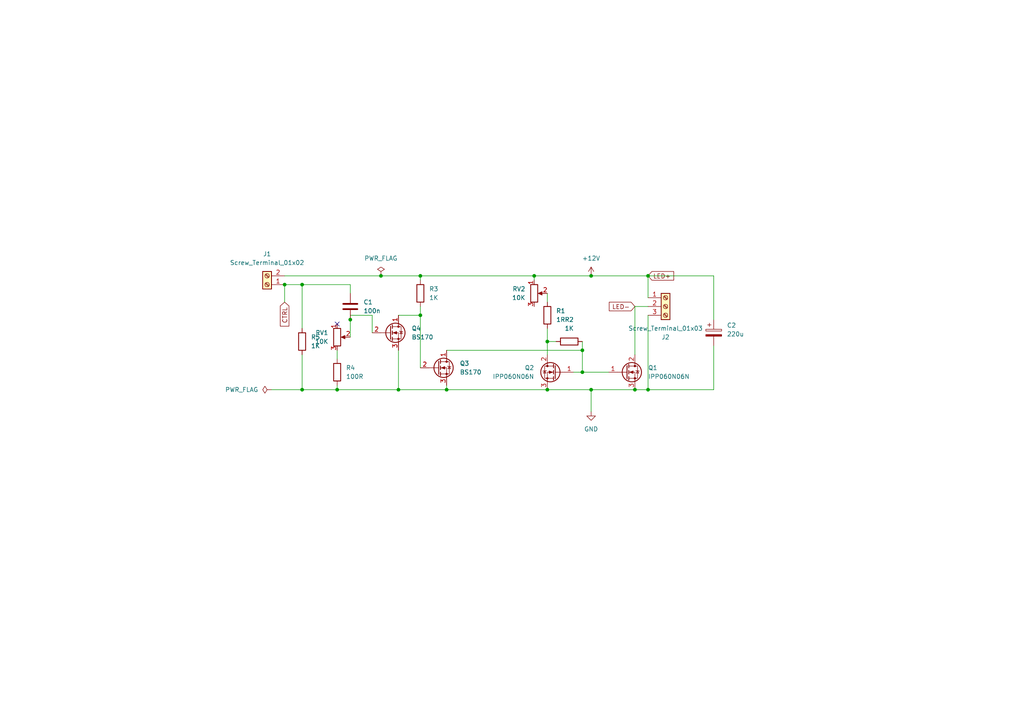
<source format=kicad_sch>
(kicad_sch (version 20230121) (generator eeschema)
  (paper "A4")
  (lib_symbols
    (symbol "Connector:Screw_Terminal_01x02" (pin_names (offset 1.016) hide)
      (property "Reference" "J" (at 0 2.54 0))
      (property "Value" "Screw_Terminal_01x02" (at 0 -5.08 0))
      (symbol "Screw_Terminal_01x02_1_1"
        (rectangle (start -1.27 1.27) (end 1.27 -3.81) (stroke (width 0.254)) (fill (type background)))
        (circle (center 0 -2.54) (radius 0.635) (stroke (width 0.1524)))
        (polyline (pts (xy -0.5334 -2.2098) (xy 0.3302 -3.048)) (stroke (width 0.1524)))
        (polyline (pts (xy -0.5334 0.3302) (xy 0.3302 -0.508)) (stroke (width 0.1524)))
        (polyline (pts (xy -0.3556 -2.032) (xy 0.508 -2.8702)) (stroke (width 0.1524)))
        (polyline (pts (xy -0.3556 0.508) (xy 0.508 -0.3302)) (stroke (width 0.1524)))
        (circle (center 0 0) (radius 0.635) (stroke (width 0.1524)))
        (pin passive line (at -5.08 0 0) (length 3.81) (name "Pin_1") (number "1"))
        (pin passive line (at -5.08 -2.54 0) (length 3.81) (name "Pin_2") (number "2"))
      )
    )
    (symbol "Connector:Screw_Terminal_01x03" (pin_names (offset 1.016) hide)
      (property "Reference" "J" (at 0 5.08 0))
      (property "Value" "Screw_Terminal_01x03" (at 0 -5.08 0))
      (symbol "Screw_Terminal_01x03_1_1"
        (rectangle (start -1.27 3.81) (end 1.27 -3.81) (stroke (width 0.254)) (fill (type background)))
        (circle (center 0 -2.54) (radius 0.635) (stroke (width 0.1524)))
        (polyline (pts (xy -0.5334 -2.2098) (xy 0.3302 -3.048)) (stroke (width 0.1524)))
        (polyline (pts (xy -0.5334 0.3302) (xy 0.3302 -0.508)) (stroke (width 0.1524)))
        (polyline (pts (xy -0.5334 2.8702) (xy 0.3302 2.032)) (stroke (width 0.1524)))
        (polyline (pts (xy -0.3556 -2.032) (xy 0.508 -2.8702)) (stroke (width 0.1524)))
        (polyline (pts (xy -0.3556 0.508) (xy 0.508 -0.3302)) (stroke (width 0.1524)))
        (polyline (pts (xy -0.3556 3.048) (xy 0.508 2.2098)) (stroke (width 0.1524)))
        (circle (center 0 0) (radius 0.635) (stroke (width 0.1524)))
        (circle (center 0 2.54) (radius 0.635) (stroke (width 0.1524)))
        (pin passive line (at -5.08 2.54 0) (length 3.81) (name "Pin_1") (number "1"))
        (pin passive line (at -5.08 0 0) (length 3.81) (name "Pin_2") (number "2"))
        (pin passive line (at -5.08 -2.54 0) (length 3.81) (name "Pin_3") (number "3"))
      )
    )
    (symbol "Device:C" (pin_numbers hide) (pin_names (offset 0.254))
      (property "Reference" "C" (at 0.635 2.54 0))
      (property "Value" "C" (at 0.635 -2.54 0))
      (symbol "C_0_1"
        (polyline (pts (xy -2.032 -0.762) (xy 2.032 -0.762)) (stroke (width 0.508)))
        (polyline (pts (xy -2.032 0.762) (xy 2.032 0.762)) (stroke (width 0.508)))
      )
      (symbol "C_1_1"
        (pin passive line (at 0 3.81 270) (length 2.794) (name "~") (number "1"))
        (pin passive line (at 0 -3.81 90) (length 2.794) (name "~") (number "2"))
      )
    )
    (symbol "Device:C_Polarized" (pin_numbers hide) (pin_names (offset 0.254))
      (property "Reference" "C" (at 0.635 2.54 0))
      (property "Value" "C_Polarized" (at 0.635 -2.54 0))
      (symbol "C_Polarized_0_1"
        (rectangle (start -2.286 0.508) (end 2.286 1.016))
        (polyline (pts (xy -1.778 2.286) (xy -0.762 2.286)))
        (polyline (pts (xy -1.27 2.794) (xy -1.27 1.778)))
        (rectangle (start 2.286 -0.508) (end -2.286 -1.016) (fill (type outline)))
      )
      (symbol "C_Polarized_1_1"
        (pin passive line (at 0 3.81 270) (length 2.794) (name "~") (number "1"))
        (pin passive line (at 0 -3.81 90) (length 2.794) (name "~") (number "2"))
      )
    )
    (symbol "Device:R" (pin_numbers hide) (pin_names (offset 0))
      (property "Reference" "R" (at 2.032 0 90))
      (property "Value" "R" (at 0 0 90))
      (symbol "R_0_1"
        (rectangle (start -1.016 -2.54) (end 1.016 2.54) (stroke (width 0.254)))
      )
      (symbol "R_1_1"
        (pin passive line (at 0 3.81 270) (length 1.27) (name "~") (number "1"))
        (pin passive line (at 0 -3.81 90) (length 1.27) (name "~") (number "2"))
      )
    )
    (symbol "Device:R_Potentiometer" (pin_names (offset 1.016) hide)
      (property "Reference" "RV" (at -4.445 0 90))
      (property "Value" "R_Potentiometer" (at -2.54 0 90))
      (symbol "R_Potentiometer_0_1"
        (polyline (pts (xy 2.54 0) (xy 1.524 0)))
        (polyline (pts (xy 1.143 0) (xy 2.286 0.508) (xy 2.286 -0.508) (xy 1.143 0)) (fill (type outline)))
        (rectangle (start 1.016 2.54) (end -1.016 -2.54) (stroke (width 0.254)))
      )
      (symbol "R_Potentiometer_1_1"
        (pin passive line (at 0 3.81 270) (length 1.27) (name "1") (number "1"))
        (pin passive line (at 3.81 0 180) (length 1.27) (name "2") (number "2"))
        (pin passive line (at 0 -3.81 90) (length 1.27) (name "3") (number "3"))
      )
    )
    (symbol "Transistor_FET:BS170" (pin_names hide)
      (property "Reference" "Q" (at 5.08 1.905 0))
      (property "Value" "BS170" (at 5.08 0 0))
      (symbol "BS170_0_1"
        (polyline (pts (xy 0.254 0) (xy -2.54 0)))
        (polyline (pts (xy 0.254 1.905) (xy 0.254 -1.905)) (stroke (width 0.254)))
        (polyline (pts (xy 0.762 -1.27) (xy 0.762 -2.286)) (stroke (width 0.254)))
        (polyline (pts (xy 0.762 0.508) (xy 0.762 -0.508)) (stroke (width 0.254)))
        (polyline (pts (xy 0.762 2.286) (xy 0.762 1.27)) (stroke (width 0.254)))
        (polyline (pts (xy 2.54 2.54) (xy 2.54 1.778)))
        (polyline (pts (xy 2.54 -2.54) (xy 2.54 0) (xy 0.762 0)))
        (polyline (pts (xy 0.762 -1.778) (xy 3.302 -1.778) (xy 3.302 1.778) (xy 0.762 1.778)))
        (polyline (pts (xy 1.016 0) (xy 2.032 0.381) (xy 2.032 -0.381) (xy 1.016 0)) (fill (type outline)))
        (polyline (pts (xy 2.794 0.508) (xy 2.921 0.381) (xy 3.683 0.381) (xy 3.81 0.254)))
        (polyline (pts (xy 3.302 0.381) (xy 2.921 -0.254) (xy 3.683 -0.254) (xy 3.302 0.381)))
        (circle (center 1.651 0) (radius 2.794) (stroke (width 0.254)))
        (circle (center 2.54 -1.778) (radius 0.254) (fill (type outline)))
        (circle (center 2.54 1.778) (radius 0.254) (fill (type outline)))
      )
      (symbol "BS170_1_1"
        (pin passive line (at 2.54 5.08 270) (length 2.54) (name "D") (number "1"))
        (pin input line (at -5.08 0 0) (length 2.54) (name "G") (number "2"))
        (pin passive line (at 2.54 -5.08 90) (length 2.54) (name "S") (number "3"))
      )
    )
    (symbol "Transistor_FET:IPP060N06N" (pin_names hide)
      (property "Reference" "Q" (at 6.35 1.905 0))
      (property "Value" "IPP060N06N" (at 6.35 0 0))
      (symbol "IPP060N06N_0_1"
        (polyline (pts (xy 0.254 0) (xy -2.54 0)))
        (polyline (pts (xy 0.254 1.905) (xy 0.254 -1.905)) (stroke (width 0.254)))
        (polyline (pts (xy 0.762 -1.27) (xy 0.762 -2.286)) (stroke (width 0.254)))
        (polyline (pts (xy 0.762 0.508) (xy 0.762 -0.508)) (stroke (width 0.254)))
        (polyline (pts (xy 0.762 2.286) (xy 0.762 1.27)) (stroke (width 0.254)))
        (polyline (pts (xy 2.54 2.54) (xy 2.54 1.778)))
        (polyline (pts (xy 2.54 -2.54) (xy 2.54 0) (xy 0.762 0)))
        (polyline (pts (xy 0.762 -1.778) (xy 3.302 -1.778) (xy 3.302 1.778) (xy 0.762 1.778)))
        (polyline (pts (xy 1.016 0) (xy 2.032 0.381) (xy 2.032 -0.381) (xy 1.016 0)) (fill (type outline)))
        (polyline (pts (xy 2.794 0.508) (xy 2.921 0.381) (xy 3.683 0.381) (xy 3.81 0.254)))
        (polyline (pts (xy 3.302 0.381) (xy 2.921 -0.254) (xy 3.683 -0.254) (xy 3.302 0.381)))
        (circle (center 1.651 0) (radius 2.794) (stroke (width 0.254)))
        (circle (center 2.54 -1.778) (radius 0.254) (fill (type outline)))
        (circle (center 2.54 1.778) (radius 0.254) (fill (type outline)))
      )
      (symbol "IPP060N06N_1_1"
        (pin input line (at -5.08 0 0) (length 2.54) (name "G") (number "1"))
        (pin passive line (at 2.54 5.08 270) (length 2.54) (name "D") (number "2"))
        (pin passive line (at 2.54 -5.08 90) (length 2.54) (name "S") (number "3"))
      )
    )
    (symbol "power:+12V" (power) (pin_names (offset 0))
      (property "Value" "+12V" (at 0 3.556 0))
      (symbol "+12V_0_1"
        (polyline (pts (xy -0.762 1.27) (xy 0 2.54)))
        (polyline (pts (xy 0 0) (xy 0 2.54)))
        (polyline (pts (xy 0 2.54) (xy 0.762 1.27)))
      )
      (symbol "+12V_1_1"
        (pin power_in line (at 0 0 90) (length 0) hide (name "+12V") (number "1"))
      )
    )
    (symbol "power:GND" (power) (pin_names (offset 0))
      (property "Value" "GND" (at 0 -3.81 0))
      (symbol "GND_0_1"
        (polyline (pts (xy 0 0) (xy 0 -1.27) (xy 1.27 -1.27) (xy 0 -2.54) (xy -1.27 -1.27) (xy 0 -1.27)))
      )
      (symbol "GND_1_1"
        (pin power_in line (at 0 0 270) (length 0) hide (name "GND") (number "1"))
      )
    )
    (symbol "power:PWR_FLAG" (power) (pin_numbers hide) (pin_names (offset 0) hide)
      (property "Value" "PWR_FLAG" (at 0 3.81 0))
      (symbol "PWR_FLAG_0_0"
        (pin power_out line (at 0 0 90) (length 0) (name "pwr") (number "1"))
      )
      (symbol "PWR_FLAG_0_1"
        (polyline (pts (xy 0 0) (xy 0 1.27) (xy -1.016 1.905) (xy 0 2.54) (xy 1.016 1.905) (xy 0 1.27)))
      )
    )
  )
  (junction (at 168.91 107.95))
  (junction (at 110.49 80.01))
  (junction (at 97.79 113.03))
  (junction (at 171.45 80.01))
  (junction (at 187.96 113.03))
  (junction (at 171.45 113.03))
  (junction (at 158.75 113.03))
  (junction (at 101.6 92.71))
  (junction (at 87.63 82.55))
  (junction (at 82.55 82.55))
  (junction (at 184.15 113.03))
  (junction (at 154.94 80.01))
  (junction (at 121.92 91.44))
  (junction (at 187.96 80.01))
  (junction (at 115.57 113.03))
  (junction (at 158.75 99.06))
  (junction (at 168.91 101.6))
  (junction (at 121.92 80.01))
  (junction (at 129.54 113.03))
  (junction (at 87.63 113.03))
  (no_connect (at 97.79 93.98))
  (wire (pts (xy 121.92 91.44) (xy 121.92 106.68)))
  (wire (pts (xy 101.6 92.71) (xy 101.6 91.44)))
  (wire (pts (xy 82.55 82.55) (xy 87.63 82.55)))
  (wire (pts (xy 154.94 80.01) (xy 171.45 80.01)))
  (wire (pts (xy 110.49 80.01) (xy 121.92 80.01)))
  (wire (pts (xy 168.91 101.6) (xy 168.91 107.95)))
  (wire (pts (xy 154.94 80.01) (xy 154.94 81.28)))
  (wire (pts (xy 187.96 80.01) (xy 187.96 86.36)))
  (wire (pts (xy 171.45 80.01) (xy 187.96 80.01)))
  (wire (pts (xy 115.57 113.03) (xy 115.57 101.6)))
  (wire (pts (xy 87.63 102.87) (xy 87.63 113.03)))
  (wire (pts (xy 121.92 81.28) (xy 121.92 80.01)))
  (wire (pts (xy 158.75 95.25) (xy 158.75 99.06)))
  (wire (pts (xy 158.75 99.06) (xy 158.75 102.87)))
  (wire (pts (xy 101.6 82.55) (xy 101.6 85.09)))
  (wire (pts (xy 107.95 91.44) (xy 101.6 91.44)))
  (wire (pts (xy 171.45 113.03) (xy 171.45 119.38)))
  (wire (pts (xy 121.92 88.9) (xy 121.92 91.44)))
  (wire (pts (xy 121.92 80.01) (xy 154.94 80.01)))
  (wire (pts (xy 187.96 91.44) (xy 187.96 113.03)))
  (wire (pts (xy 158.75 113.03) (xy 171.45 113.03)))
  (wire (pts (xy 101.6 92.71) (xy 101.6 97.79)))
  (wire (pts (xy 82.55 80.01) (xy 110.49 80.01)))
  (wire (pts (xy 187.96 113.03) (xy 184.15 113.03)))
  (wire (pts (xy 207.01 113.03) (xy 187.96 113.03)))
  (wire (pts (xy 129.54 113.03) (xy 129.54 111.76)))
  (wire (pts (xy 207.01 100.33) (xy 207.01 113.03)))
  (wire (pts (xy 97.79 113.03) (xy 115.57 113.03)))
  (wire (pts (xy 87.63 82.55) (xy 101.6 82.55)))
  (wire (pts (xy 129.54 101.6) (xy 168.91 101.6)))
  (wire (pts (xy 97.79 111.76) (xy 97.79 113.03)))
  (wire (pts (xy 207.01 92.71) (xy 207.01 80.01)))
  (wire (pts (xy 87.63 113.03) (xy 97.79 113.03)))
  (wire (pts (xy 158.75 113.03) (xy 129.54 113.03)))
  (wire (pts (xy 82.55 87.63) (xy 82.55 82.55)))
  (wire (pts (xy 166.37 107.95) (xy 168.91 107.95)))
  (wire (pts (xy 168.91 99.06) (xy 168.91 101.6)))
  (wire (pts (xy 187.96 88.9) (xy 184.15 88.9)))
  (wire (pts (xy 168.91 107.95) (xy 176.53 107.95)))
  (wire (pts (xy 97.79 101.6) (xy 97.79 104.14)))
  (wire (pts (xy 158.75 99.06) (xy 161.29 99.06)))
  (wire (pts (xy 171.45 113.03) (xy 184.15 113.03)))
  (wire (pts (xy 87.63 82.55) (xy 87.63 95.25)))
  (wire (pts (xy 107.95 96.52) (xy 107.95 91.44)))
  (wire (pts (xy 115.57 91.44) (xy 121.92 91.44)))
  (wire (pts (xy 207.01 80.01) (xy 187.96 80.01)))
  (wire (pts (xy 129.54 113.03) (xy 115.57 113.03)))
  (wire (pts (xy 158.75 85.09) (xy 158.75 87.63)))
  (wire (pts (xy 78.74 113.03) (xy 87.63 113.03)))
  (wire (pts (xy 184.15 88.9) (xy 184.15 102.87)))
  (global_label "LED+" (shape input) (at 187.96 80.01 0) (property "Intersheetrefs" "${INTERSHEET_REFS}" (effects hide)))
  (global_label "CTRL" (shape input) (at 82.55 87.63 270) (property "Intersheetrefs" "${INTERSHEET_REFS}" (effects hide)))
  (global_label "LED-" (shape input) (at 184.15 88.9 180) (property "Intersheetrefs" "${INTERSHEET_REFS}" (effects hide)))
  (symbol (lib_id "Transistor_FET:BS170") (at 113.03 96.52 0) (unit 1)
    (property "Reference" "Q4" (at 119.38 95.25 0) (effects (justify left)))
    (property "Value" "BS170" (at 119.38 97.79 0) (effects (justify left)))
    (property "Footprint" "Package_TO_SOT_THT:TO-92_Inline_Wide" (effects hide))
    (property "Datasheet" "https://www.onsemi.com/pub/Collateral/BS170-D.PDF" (effects hide))
    (property "Sim.Device" "NMOS" (effects hide))
    (property "Sim.Type" "VDMOS" (effects hide))
    (property "Sim.Pins" "1=D 2=G 3=S" (effects hide))
  )
  (symbol (lib_id "power:PWR_FLAG") (at 110.49 80.01 0) (unit 1)
    (property "Reference" "#FLG01" (effects hide))
    (property "Value" "PWR_FLAG" (at 110.49 74.93 0))
  )
  (symbol (lib_id "Device:R") (at 97.79 107.95 180) (unit 1)
    (property "Reference" "R4" (at 100.33 106.68 0) (effects (justify right)))
    (property "Value" "100R" (at 100.33 109.22 0) (effects (justify right)))
    (property "Footprint" "Resistor_THT:R_Axial_DIN0207_L6.3mm_D2.5mm_P10.16mm_Horizontal" (effects hide))
  )
  (symbol (lib_id "power:GND") (at 171.45 119.38 0) (unit 1)
    (property "Reference" "#PWR01" (effects hide))
    (property "Value" "GND" (at 171.45 124.46 0))
  )
  (symbol (lib_id "Device:C_Polarized") (at 207.01 96.52 0) (unit 1)
    (property "Reference" "C2" (at 210.82 94.361 0) (effects (justify left)))
    (property "Value" "220u" (at 210.82 96.901 0) (effects (justify left)))
    (property "Footprint" "Capacitor_THT:CP_Radial_D5.0mm_P2.50mm" (effects hide))
  )
  (symbol (lib_id "Transistor_FET:BS170") (at 127 106.68 0) (unit 1)
    (property "Reference" "Q3" (at 133.35 105.41 0) (effects (justify left)))
    (property "Value" "BS170" (at 133.35 107.95 0) (effects (justify left)))
    (property "Footprint" "Package_TO_SOT_THT:TO-92_Inline_Wide" (effects hide))
    (property "Datasheet" "https://www.onsemi.com/pub/Collateral/BS170-D.PDF" (effects hide))
    (property "Sim.Device" "NMOS" (effects hide))
    (property "Sim.Type" "VDMOS" (effects hide))
    (property "Sim.Pins" "1=D 2=G 3=S" (effects hide))
  )
  (symbol (lib_id "Connector:Screw_Terminal_01x03") (at 193.04 88.9 0) (unit 1)
    (property "Reference" "J2" (at 193.04 97.79 0))
    (property "Value" "Screw_Terminal_01x03" (at 193.04 95.25 0))
    (property "Footprint" "TerminalBlock:TerminalBlock_bornier-3_P5.08mm" (effects hide))
    (property "Sim.Enable" "0" (effects hide))
  )
  (symbol (lib_id "Device:C") (at 101.6 88.9 0) (unit 1)
    (property "Reference" "C1" (at 105.41 87.63 0) (effects (justify left)))
    (property "Value" "100n" (at 105.41 90.17 0) (effects (justify left)))
    (property "Footprint" "Capacitor_THT:C_Disc_D7.5mm_W5.0mm_P5.00mm" (effects hide))
  )
  (symbol (lib_id "Device:R") (at 158.75 91.44 0) (unit 1)
    (property "Reference" "R1" (at 161.29 90.17 0) (effects (justify left)))
    (property "Value" "1R" (at 161.29 92.71 0) (effects (justify left)))
    (property "Footprint" "Resistor_THT:R_Axial_DIN0207_L6.3mm_D2.5mm_P10.16mm_Horizontal" (effects hide))
  )
  (symbol (lib_id "Transistor_FET:IPP060N06N") (at 161.29 107.95 0) (mirror y) (unit 1)
    (property "Reference" "Q2" (at 154.94 106.68 0) (effects (justify left)))
    (property "Value" "IPP060N06N" (at 154.94 109.22 0) (effects (justify left)))
    (property "Footprint" "Package_TO_SOT_THT:TO-220-3_Vertical" (effects hide))
    (property "Datasheet" "https://www.infineon.com/dgdl/Infineon-IPP060N06N-DS-v02_02-en.pdf?fileId=db3a30433727a44301372c06d9d7498a" (effects hide))
    (property "Sim.Device" "NMES" (effects hide))
    (property "Sim.Type" "STATZ" (effects hide))
    (property "Sim.Pins" "1=D 2=G 3=S" (effects hide))
  )
  (symbol (lib_id "Transistor_FET:IPP060N06N") (at 181.61 107.95 0) (unit 1)
    (property "Reference" "Q1" (at 187.96 106.68 0) (effects (justify left)))
    (property "Value" "IPP060N06N" (at 187.96 109.22 0) (effects (justify left)))
    (property "Footprint" "Package_TO_SOT_THT:TO-220-3_Vertical" (effects hide))
    (property "Datasheet" "https://www.infineon.com/dgdl/Infineon-IPP060N06N-DS-v02_02-en.pdf?fileId=db3a30433727a44301372c06d9d7498a" (effects hide))
    (property "Sim.Device" "NMOS" (effects hide))
    (property "Sim.Type" "VDMOS" (effects hide))
    (property "Sim.Pins" "1=D 2=G 3=S" (effects hide))
  )
  (symbol (lib_id "Device:R_Potentiometer") (at 154.94 85.09 0) (unit 1)
    (property "Reference" "RV2" (at 152.4 83.82 0) (effects (justify right)))
    (property "Value" "10K" (at 152.4 86.36 0) (effects (justify right)))
    (property "Footprint" "Potentiometer_THT:Potentiometer_ACP_CA9-H5_Horizontal" (effects hide))
    (property "Sim.Device" "R" (effects hide))
    (property "Sim.Type" "POT" (effects hide))
    (property "Sim.Pins" "1=r0 2=wiper 3=r1" (effects hide))
    (property "Sim.Params" "r=\"\"" (effects hide))
  )
  (symbol (lib_id "Device:R_Potentiometer") (at 97.79 97.79 0) (unit 1)
    (property "Reference" "RV1" (at 95.25 96.52 0) (effects (justify right)))
    (property "Value" "10K" (at 95.25 99.06 0) (effects (justify right)))
    (property "Footprint" "Potentiometer_THT:Potentiometer_ACP_CA9-H5_Horizontal" (effects hide))
    (property "Sim.Device" "R" (effects hide))
    (property "Sim.Type" "POT" (effects hide))
    (property "Sim.Pins" "1=r0 2=wiper 3=r1" (effects hide))
    (property "Sim.Params" "r=\"\"" (effects hide))
  )
  (symbol (lib_id "Device:R") (at 121.92 85.09 180) (unit 1)
    (property "Reference" "R3" (at 124.46 83.82 0) (effects (justify right)))
    (property "Value" "1K" (at 124.46 86.36 0) (effects (justify right)))
    (property "Footprint" "Resistor_THT:R_Axial_DIN0207_L6.3mm_D2.5mm_P10.16mm_Horizontal" (effects hide))
  )
  (symbol (lib_id "Connector:Screw_Terminal_01x02") (at 77.47 82.55 180) (unit 1)
    (property "Reference" "J1" (at 77.47 73.66 0))
    (property "Value" "Screw_Terminal_01x02" (at 77.47 76.2 0))
    (property "Footprint" "TerminalBlock:TerminalBlock_bornier-2_P5.08mm" (effects hide))
    (property "Sim.Device" "R" (effects hide))
    (property "Sim.Pins" "1=+ 2=-" (effects hide))
    (property "Sim.Params" "r=\"\"" (effects hide))
  )
  (symbol (lib_id "Device:R") (at 165.1 99.06 90) (unit 1)
    (property "Reference" "R2" (at 165.1 92.71 90))
    (property "Value" "1K" (at 165.1 95.25 90))
    (property "Footprint" "Resistor_THT:R_Axial_DIN0207_L6.3mm_D2.5mm_P10.16mm_Horizontal" (effects hide))
  )
  (symbol (lib_id "power:+12V") (at 171.45 80.01 0) (unit 1)
    (property "Reference" "#PWR02" (effects hide))
    (property "Value" "+12V" (at 171.45 74.93 0))
  )
  (symbol (lib_id "Device:R") (at 87.63 99.06 180) (unit 1)
    (property "Reference" "R5" (at 90.17 97.79 0) (effects (justify right)))
    (property "Value" "1K" (at 90.17 100.33 0) (effects (justify right)))
    (property "Footprint" "Resistor_THT:R_Axial_DIN0207_L6.3mm_D2.5mm_P10.16mm_Horizontal" (effects hide))
  )
  (symbol (lib_id "power:PWR_FLAG") (at 78.74 113.03 90) (unit 1)
    (property "Reference" "#FLG02" (effects hide))
    (property "Value" "PWR_FLAG" (at 74.93 113.03 90) (effects (justify left)))
  )
)
</source>
